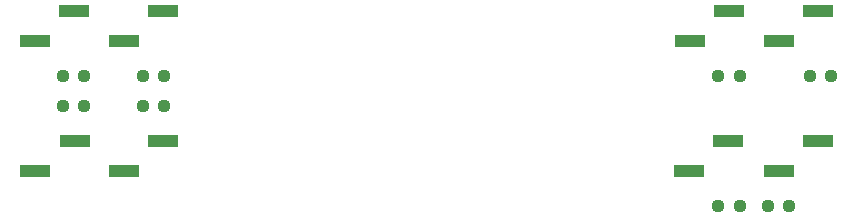
<source format=gbr>
%TF.GenerationSoftware,KiCad,Pcbnew,8.0.1*%
%TF.CreationDate,2024-04-19T02:09:13-07:00*%
%TF.ProjectId,CMOD_A7_Lower,434d4f44-5f41-4375-9f4c-6f7765722e6b,rev?*%
%TF.SameCoordinates,Original*%
%TF.FileFunction,Paste,Bot*%
%TF.FilePolarity,Positive*%
%FSLAX46Y46*%
G04 Gerber Fmt 4.6, Leading zero omitted, Abs format (unit mm)*
G04 Created by KiCad (PCBNEW 8.0.1) date 2024-04-19 02:09:13*
%MOMM*%
%LPD*%
G01*
G04 APERTURE LIST*
G04 Aperture macros list*
%AMRoundRect*
0 Rectangle with rounded corners*
0 $1 Rounding radius*
0 $2 $3 $4 $5 $6 $7 $8 $9 X,Y pos of 4 corners*
0 Add a 4 corners polygon primitive as box body*
4,1,4,$2,$3,$4,$5,$6,$7,$8,$9,$2,$3,0*
0 Add four circle primitives for the rounded corners*
1,1,$1+$1,$2,$3*
1,1,$1+$1,$4,$5*
1,1,$1+$1,$6,$7*
1,1,$1+$1,$8,$9*
0 Add four rect primitives between the rounded corners*
20,1,$1+$1,$2,$3,$4,$5,0*
20,1,$1+$1,$4,$5,$6,$7,0*
20,1,$1+$1,$6,$7,$8,$9,0*
20,1,$1+$1,$8,$9,$2,$3,0*%
G04 Aperture macros list end*
%ADD10R,2.510000X1.000000*%
%ADD11RoundRect,0.237500X0.250000X0.237500X-0.250000X0.237500X-0.250000X-0.237500X0.250000X-0.237500X0*%
G04 APERTURE END LIST*
D10*
%TO.C,J9*%
X53000000Y-83790000D03*
X56310000Y-81250000D03*
%TD*%
%TO.C,J11*%
X60520000Y-83770000D03*
X63830000Y-81230000D03*
%TD*%
%TO.C,J13*%
X108395000Y-83770000D03*
X111705000Y-81230000D03*
%TD*%
D11*
%TO.C,R3*%
X63912500Y-86750000D03*
X62087500Y-86750000D03*
%TD*%
D10*
%TO.C,J10*%
X53020000Y-94770000D03*
X56330000Y-92230000D03*
%TD*%
D11*
%TO.C,R6*%
X112662500Y-97750000D03*
X110837500Y-97750000D03*
%TD*%
%TO.C,R2*%
X57162500Y-89250000D03*
X55337500Y-89250000D03*
%TD*%
D10*
%TO.C,J14*%
X108345000Y-94770000D03*
X111655000Y-92230000D03*
%TD*%
%TO.C,J12*%
X60520000Y-94770000D03*
X63830000Y-92230000D03*
%TD*%
D11*
%TO.C,R8*%
X116825000Y-97750000D03*
X115000000Y-97750000D03*
%TD*%
D10*
%TO.C,J16*%
X115940000Y-94770000D03*
X119250000Y-92230000D03*
%TD*%
D11*
%TO.C,R1*%
X57162500Y-86750000D03*
X55337500Y-86750000D03*
%TD*%
%TO.C,R7*%
X120412500Y-86750000D03*
X118587500Y-86750000D03*
%TD*%
%TO.C,R5*%
X112662500Y-86750000D03*
X110837500Y-86750000D03*
%TD*%
%TO.C,R4*%
X63912500Y-89250000D03*
X62087500Y-89250000D03*
%TD*%
D10*
%TO.C,J15*%
X115940000Y-83770000D03*
X119250000Y-81230000D03*
%TD*%
M02*

</source>
